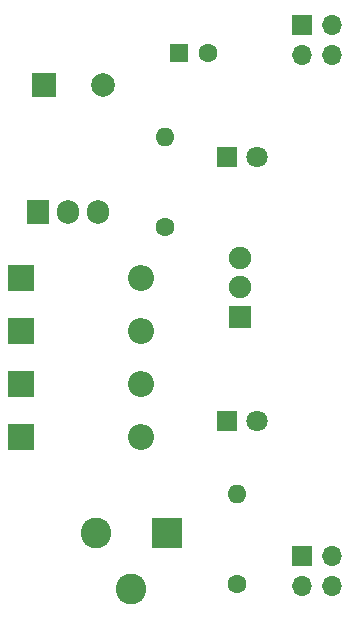
<source format=gts>
%TF.GenerationSoftware,KiCad,Pcbnew,(5.1.12)-1*%
%TF.CreationDate,2022-01-26T00:14:16-03:00*%
%TF.ProjectId,BPS,4250532e-6b69-4636-9164-5f7063625858,3*%
%TF.SameCoordinates,Original*%
%TF.FileFunction,Soldermask,Top*%
%TF.FilePolarity,Negative*%
%FSLAX46Y46*%
G04 Gerber Fmt 4.6, Leading zero omitted, Abs format (unit mm)*
G04 Created by KiCad (PCBNEW (5.1.12)-1) date 2022-01-26 00:14:16*
%MOMM*%
%LPD*%
G01*
G04 APERTURE LIST*
%ADD10R,2.000000X2.000000*%
%ADD11C,2.000000*%
%ADD12R,1.600000X1.600000*%
%ADD13C,1.600000*%
%ADD14R,2.200000X2.200000*%
%ADD15O,2.200000X2.200000*%
%ADD16R,1.800000X1.800000*%
%ADD17C,1.800000*%
%ADD18R,2.600000X2.600000*%
%ADD19C,2.600000*%
%ADD20R,1.700000X1.700000*%
%ADD21O,1.700000X1.700000*%
%ADD22O,1.600000X1.600000*%
%ADD23R,1.900000X1.900000*%
%ADD24C,1.900000*%
%ADD25R,1.905000X2.000000*%
%ADD26O,1.905000X2.000000*%
G04 APERTURE END LIST*
D10*
%TO.C,C1*%
X117475000Y-108966000D03*
D11*
X122475000Y-108966000D03*
%TD*%
D12*
%TO.C,C2*%
X128905000Y-106299000D03*
D13*
X131405000Y-106299000D03*
%TD*%
D14*
%TO.C,D1*%
X115570000Y-134323666D03*
D15*
X125730000Y-134323666D03*
%TD*%
D14*
%TO.C,D2*%
X115570000Y-125349000D03*
D15*
X125730000Y-125349000D03*
%TD*%
%TO.C,D3*%
X125730000Y-138811000D03*
D14*
X115570000Y-138811000D03*
%TD*%
D15*
%TO.C,D4*%
X125730000Y-129836333D03*
D14*
X115570000Y-129836333D03*
%TD*%
D16*
%TO.C,D5*%
X132969000Y-137414000D03*
D17*
X135509000Y-137414000D03*
%TD*%
%TO.C,D6*%
X135509000Y-115062000D03*
D16*
X132969000Y-115062000D03*
%TD*%
D18*
%TO.C,J1*%
X127889000Y-146939000D03*
D19*
X121889000Y-146939000D03*
X124889000Y-151639000D03*
%TD*%
D20*
%TO.C,J2*%
X139319000Y-103884000D03*
D21*
X141859000Y-103884000D03*
X139319000Y-106424000D03*
X141859000Y-106424000D03*
%TD*%
%TO.C,J3*%
X141859000Y-151384000D03*
X139319000Y-151384000D03*
X141859000Y-148844000D03*
D20*
X139319000Y-148844000D03*
%TD*%
D13*
%TO.C,R1*%
X133858000Y-151257000D03*
D22*
X133858000Y-143637000D03*
%TD*%
%TO.C,R2*%
X127762000Y-113411000D03*
D13*
X127762000Y-121031000D03*
%TD*%
D23*
%TO.C,SW1*%
X134112000Y-128618000D03*
D24*
X134112000Y-126118000D03*
X134112000Y-123618000D03*
%TD*%
D25*
%TO.C,U1*%
X116967000Y-119761000D03*
D26*
X119507000Y-119761000D03*
X122047000Y-119761000D03*
%TD*%
M02*

</source>
